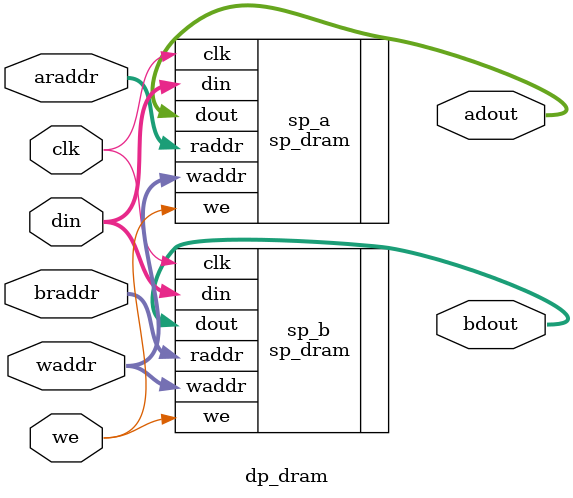
<source format=v>
module dp_dram #(
    parameter ADDR_WIDTH = 8,
              DATA_WIDTH = 2,
              INIT_NUM   = 0
            //   INIT_FILE = "C:\Users\lenovo\Desktop\data_init.coe"
)
(
    input clk,                    // Clock

    input [ADDR_WIDTH-1:0] araddr,  // Read Address
    output [DATA_WIDTH-1:0] adout,    

    input [ADDR_WIDTH-1:0] braddr,  // Read Address
    output [DATA_WIDTH-1:0] bdout,

    input [ADDR_WIDTH-1:0] waddr,
    input [DATA_WIDTH-1:0] din,   // Data Input
    input we                      // Write Enable
); 
    sp_dram#(ADDR_WIDTH,DATA_WIDTH,INIT_NUM)
    sp_a(
        .clk    (clk),
        .raddr  (araddr),
        .dout   (adout),
        .waddr  (waddr),
        .din    (din),
        .we     (we)
    );

    sp_dram#(ADDR_WIDTH,DATA_WIDTH,INIT_NUM)
    sp_b(
        .clk    (clk),
        .raddr  (braddr),
        .dout   (bdout),
        .waddr  (waddr),
        .din    (din),
        .we     (we)
    );

    // reg [DATA_WIDTH-1:0] ram [0:(1 << ADDR_WIDTH)-1];

    // integer i;
    // initial begin
    //     for (i = 0; i < (1 << ADDR_WIDTH); i = i + 1) begin
    //         ram[i] = INIT_NUM;
    //     end
    // end

    // // assign dout = (addr_r==waddr&&we)?din:ram[addr_r];//write first
    // assign adout = ram[araddr];
    // assign bdout = ram[braddr];

    // always @(posedge clk) begin
    //     if (we) ram[waddr] <= din;
    // end

endmodule
</source>
